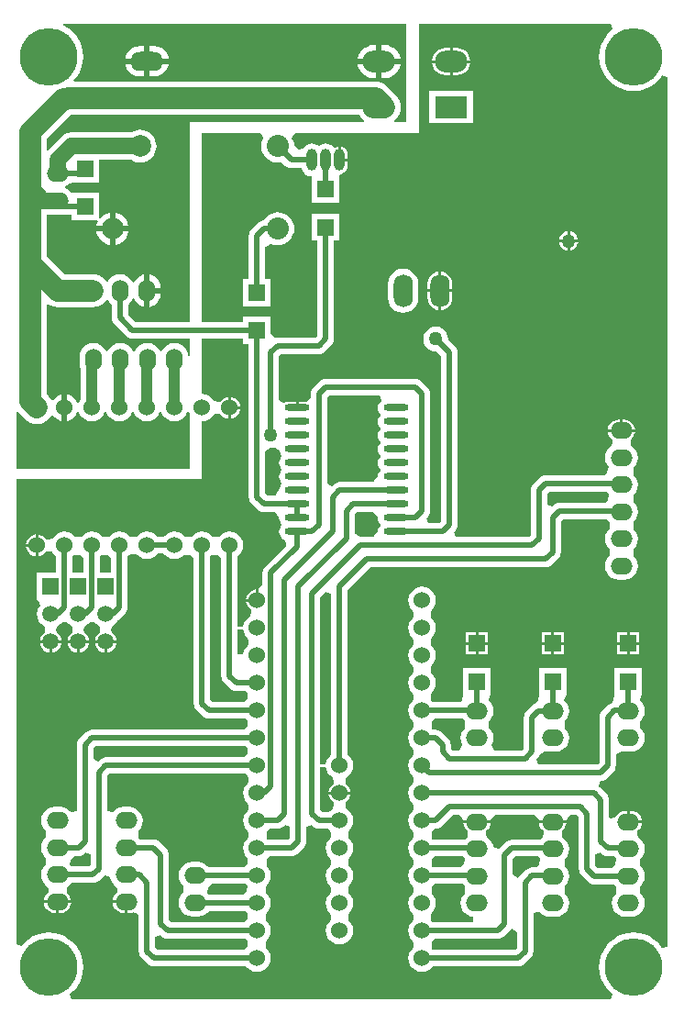
<source format=gbl>
G04 Layer_Physical_Order=2*
G04 Layer_Color=16711680*
%FSLAX25Y25*%
%MOIN*%
G70*
G01*
G75*
%ADD12C,0.01969*%
%ADD13C,0.03937*%
%ADD14O,0.08000X0.06000*%
%ADD15C,0.20945*%
%ADD16C,0.06000*%
%ADD17C,0.08000*%
%ADD18C,0.07874*%
%ADD19C,0.05906*%
%ADD20R,0.05906X0.05906*%
%ADD21O,0.03937X0.07874*%
%ADD22O,0.03937X0.07874*%
%ADD23O,0.07000X0.12000*%
%ADD24O,0.11811X0.07874*%
%ADD25R,0.11811X0.07874*%
%ADD26O,0.12000X0.07000*%
%ADD27O,0.06000X0.08000*%
%ADD28C,0.05000*%
%ADD29O,0.09055X0.02362*%
%ADD30C,0.07874*%
%ADD31C,0.05906*%
G36*
X141732Y318898D02*
X137524D01*
X137346Y319398D01*
X138096Y320014D01*
X138838Y320918D01*
X139390Y321949D01*
X139729Y323068D01*
X139844Y324232D01*
X139729Y325396D01*
X139390Y326515D01*
X138838Y327547D01*
X138096Y328451D01*
X138096Y328451D01*
X134829Y331718D01*
X133925Y332460D01*
X132893Y333012D01*
X131774Y333351D01*
X130610Y333466D01*
X130610Y333466D01*
X21138D01*
X20908Y333966D01*
X21933Y335166D01*
X22958Y336840D01*
X23710Y338654D01*
X24168Y340563D01*
X24322Y342520D01*
X24168Y344477D01*
X23710Y346386D01*
X22958Y348200D01*
X21933Y349873D01*
X20658Y351366D01*
X19165Y352641D01*
X17491Y353667D01*
X17073Y353840D01*
X17170Y354331D01*
X141732D01*
Y318898D01*
D02*
G37*
G36*
X124981Y320918D02*
X125723Y320014D01*
X126473Y319398D01*
X126295Y318898D01*
X62992D01*
Y246120D01*
X43451D01*
X40668Y248904D01*
Y252507D01*
X41223Y252934D01*
X42025Y253978D01*
X42308Y254662D01*
X42849D01*
X43132Y253978D01*
X43934Y252934D01*
X44978Y252133D01*
X46195Y251629D01*
X46500Y251589D01*
Y257500D01*
Y263411D01*
X46195Y263371D01*
X44978Y262867D01*
X43934Y262066D01*
X43132Y261022D01*
X42849Y260338D01*
X42308D01*
X42025Y261022D01*
X41223Y262066D01*
X40179Y262867D01*
X38963Y263371D01*
X37657Y263543D01*
X36352Y263371D01*
X35136Y262867D01*
X34091Y262066D01*
X33290Y261022D01*
X33235Y260889D01*
X32701Y260905D01*
X32033Y261718D01*
X31129Y262460D01*
X30098Y263012D01*
X29689Y263136D01*
X29120Y263371D01*
X27815Y263543D01*
X27227Y263466D01*
X17471D01*
X10966Y269971D01*
Y285162D01*
X13638D01*
X14000Y285114D01*
X16000D01*
X16470Y285176D01*
X17047Y285100D01*
X20047D01*
Y283157D01*
X29389D01*
X29689Y282658D01*
X29488Y282283D01*
X29149Y281164D01*
X29133Y281000D01*
X34000D01*
Y285867D01*
X33836Y285851D01*
X32717Y285512D01*
X31686Y284960D01*
X30782Y284218D01*
X30453Y283818D01*
X29953Y283997D01*
Y293063D01*
X20073D01*
X19566Y293724D01*
X18522Y294525D01*
X17838Y294808D01*
Y295349D01*
X18522Y295633D01*
X19566Y296434D01*
X19689Y296594D01*
X20047Y296937D01*
X29953D01*
Y305005D01*
X41751D01*
X42717Y304488D01*
X43836Y304149D01*
X45000Y304034D01*
X46164Y304149D01*
X47283Y304488D01*
X48314Y305040D01*
X49218Y305782D01*
X49960Y306686D01*
X50512Y307717D01*
X50851Y308836D01*
X50966Y310000D01*
X50851Y311164D01*
X50512Y312283D01*
X49960Y313314D01*
X49218Y314218D01*
X48314Y314960D01*
X47283Y315512D01*
X46164Y315851D01*
X45000Y315966D01*
X43836Y315851D01*
X42717Y315512D01*
X41751Y314996D01*
X20000D01*
X18707Y314825D01*
X17502Y314326D01*
X16468Y313532D01*
X11468Y308532D01*
X11439Y308495D01*
X10966Y308656D01*
Y312529D01*
X19843Y321406D01*
X20265Y321534D01*
X124651D01*
X124981Y320918D01*
D02*
G37*
G36*
X216341Y353755D02*
X216669Y352311D01*
X215563Y351366D01*
X214288Y349873D01*
X213262Y348200D01*
X212511Y346386D01*
X212052Y344477D01*
X211898Y342520D01*
X212052Y340563D01*
X212511Y338654D01*
X213262Y336840D01*
X214288Y335166D01*
X215563Y333673D01*
X217056Y332398D01*
X218730Y331372D01*
X220543Y330621D01*
X222452Y330163D01*
X224410Y330009D01*
X226367Y330163D01*
X228276Y330621D01*
X230089Y331372D01*
X231763Y332398D01*
X233256Y333673D01*
X234531Y335166D01*
X234811Y335623D01*
X236811Y335059D01*
Y19272D01*
X234811Y18708D01*
X234531Y19165D01*
X233256Y20658D01*
X231763Y21933D01*
X230089Y22958D01*
X228276Y23710D01*
X226367Y24168D01*
X224410Y24322D01*
X222452Y24168D01*
X220543Y23710D01*
X218730Y22958D01*
X217056Y21933D01*
X215563Y20658D01*
X214288Y19165D01*
X213262Y17491D01*
X212511Y15677D01*
X212052Y13768D01*
X211898Y11811D01*
X212052Y9854D01*
X212511Y7945D01*
X213262Y6131D01*
X214288Y4457D01*
X215563Y2964D01*
X216715Y1980D01*
X216481Y744D01*
X216017Y-20D01*
X20204Y-20D01*
X19740Y744D01*
X19505Y1980D01*
X20658Y2964D01*
X21933Y4457D01*
X22958Y6131D01*
X23710Y7945D01*
X24168Y9854D01*
X24322Y11811D01*
X24168Y13768D01*
X23710Y15677D01*
X22958Y17491D01*
X21933Y19165D01*
X20658Y20658D01*
X19165Y21933D01*
X17491Y22958D01*
X15677Y23710D01*
X13768Y24168D01*
X11811Y24322D01*
X9854Y24168D01*
X7945Y23710D01*
X6131Y22958D01*
X4457Y21933D01*
X2964Y20658D01*
X2000Y19528D01*
X663Y19807D01*
X-0Y20221D01*
X-0Y188957D01*
X67500D01*
Y209957D01*
X68805Y210129D01*
X70022Y210632D01*
X71066Y211434D01*
X71868Y212478D01*
X71959Y212699D01*
X73265Y212880D01*
X74159Y212784D01*
X74647Y212147D01*
X75483Y211506D01*
X76456Y211103D01*
X77000Y211031D01*
Y215000D01*
Y218969D01*
X76456Y218897D01*
X75483Y218494D01*
X74647Y217853D01*
X74159Y217216D01*
X73265Y217120D01*
X71959Y217301D01*
X71868Y217522D01*
X71066Y218566D01*
X70022Y219368D01*
X68805Y219871D01*
X67500Y220043D01*
Y240100D01*
X82547D01*
Y238158D01*
X84490D01*
Y182500D01*
X84593Y181721D01*
X84893Y180995D01*
X85372Y180372D01*
X87872Y177872D01*
X88495Y177393D01*
X89221Y177093D01*
X90000Y176990D01*
X93957D01*
X94371Y176705D01*
X95532Y175000D01*
X95641Y174170D01*
X95961Y173396D01*
X96367Y172500D01*
X95961Y171604D01*
X95641Y170830D01*
X95532Y170000D01*
X95641Y169170D01*
X95961Y168396D01*
X96471Y167731D01*
X97136Y167221D01*
X97490Y167075D01*
X98018Y165751D01*
X98102Y164858D01*
X90372Y157128D01*
X89893Y156505D01*
X89593Y155779D01*
X89490Y155000D01*
Y150485D01*
X88000Y149399D01*
Y145000D01*
X87500D01*
Y144500D01*
X83531D01*
X83603Y143956D01*
X84006Y142983D01*
X84647Y142147D01*
X85284Y141659D01*
X85380Y140765D01*
X85199Y139459D01*
X84978Y139367D01*
X83934Y138566D01*
X83132Y137522D01*
X82629Y136305D01*
X82510Y135404D01*
X80510Y135535D01*
Y161007D01*
X81066Y161434D01*
X81867Y162478D01*
X82371Y163695D01*
X82543Y165000D01*
X82371Y166305D01*
X81867Y167522D01*
X81066Y168566D01*
X80022Y169368D01*
X78805Y169871D01*
X77500Y170043D01*
X76195Y169871D01*
X74978Y169368D01*
X73934Y168566D01*
X73717Y168283D01*
X73387Y168147D01*
X71613D01*
X71283Y168283D01*
X71066Y168566D01*
X70022Y169368D01*
X68805Y169871D01*
X67500Y170043D01*
X66195Y169871D01*
X64978Y169368D01*
X63934Y168566D01*
X63717Y168283D01*
X63387Y168147D01*
X61613D01*
X61283Y168283D01*
X61066Y168566D01*
X60022Y169368D01*
X58805Y169871D01*
X57500Y170043D01*
X56195Y169871D01*
X54978Y169368D01*
X53934Y168566D01*
X53507Y168010D01*
X51493D01*
X51066Y168566D01*
X50022Y169368D01*
X48805Y169871D01*
X47500Y170043D01*
X46195Y169871D01*
X44978Y169368D01*
X43934Y168566D01*
X43717Y168283D01*
X43387Y168147D01*
X41613D01*
X41283Y168283D01*
X41066Y168566D01*
X40022Y169368D01*
X38805Y169871D01*
X37500Y170043D01*
X36195Y169871D01*
X34978Y169368D01*
X33934Y168566D01*
X33717Y168283D01*
X33387Y168147D01*
X31613D01*
X31283Y168283D01*
X31066Y168566D01*
X30022Y169368D01*
X28805Y169871D01*
X27500Y170043D01*
X26195Y169871D01*
X24978Y169368D01*
X23934Y168566D01*
X23717Y168283D01*
X23387Y168147D01*
X21613D01*
X21283Y168283D01*
X21066Y168566D01*
X20022Y169368D01*
X18805Y169871D01*
X17500Y170043D01*
X16195Y169871D01*
X14978Y169368D01*
X13934Y168566D01*
X13133Y167522D01*
X13041Y167301D01*
X11735Y167120D01*
X10841Y167216D01*
X10353Y167853D01*
X9517Y168494D01*
X8544Y168897D01*
X8000Y168969D01*
Y165000D01*
Y161031D01*
X8544Y161103D01*
X9517Y161506D01*
X10353Y162147D01*
X10841Y162784D01*
X11735Y162880D01*
X13041Y162699D01*
X13133Y162478D01*
X13934Y161434D01*
X14490Y161007D01*
Y154953D01*
X7547D01*
Y145047D01*
X7709D01*
X8032Y144658D01*
X8595Y143047D01*
X8174Y142498D01*
X7675Y141293D01*
X7504Y140000D01*
X7675Y138707D01*
X8174Y137502D01*
X8968Y136468D01*
X10002Y135674D01*
X10322Y135541D01*
X10460Y133975D01*
X10377Y133354D01*
X9681Y132819D01*
X9047Y131993D01*
X8649Y131032D01*
X8579Y130500D01*
X12500D01*
X16421D01*
X16351Y131032D01*
X15953Y131993D01*
X15319Y132819D01*
X14623Y133354D01*
X14539Y133975D01*
X14678Y135541D01*
X14998Y135674D01*
X16032Y136468D01*
X16296Y136811D01*
X16691Y136956D01*
X18309D01*
X18557Y136865D01*
X18788Y136702D01*
X18968Y136468D01*
X20002Y135674D01*
X20322Y135541D01*
X20460Y133975D01*
X20377Y133354D01*
X19681Y132819D01*
X19047Y131993D01*
X18649Y131032D01*
X18579Y130500D01*
X22500D01*
X26421D01*
X26351Y131032D01*
X25953Y131993D01*
X25319Y132819D01*
X24623Y133354D01*
X24540Y133975D01*
X24678Y135541D01*
X24998Y135674D01*
X26032Y136468D01*
X26296Y136811D01*
X26691Y136956D01*
X28309D01*
X28557Y136865D01*
X28788Y136702D01*
X28968Y136468D01*
X30002Y135674D01*
X30322Y135541D01*
X30461Y133975D01*
X30377Y133354D01*
X29681Y132819D01*
X29047Y131993D01*
X28649Y131032D01*
X28579Y130500D01*
X32500D01*
X36421D01*
X36351Y131032D01*
X35953Y131993D01*
X35319Y132819D01*
X34623Y133354D01*
X34539Y133975D01*
X34678Y135541D01*
X34998Y135674D01*
X36032Y136468D01*
X36826Y137502D01*
X36910Y137704D01*
X37128Y137872D01*
X39628Y140372D01*
X40107Y140995D01*
X40407Y141721D01*
X40510Y142500D01*
Y161007D01*
X41066Y161434D01*
X41283Y161717D01*
X41613Y161853D01*
X43387D01*
X43717Y161717D01*
X43934Y161434D01*
X44978Y160633D01*
X46195Y160129D01*
X47500Y159957D01*
X48805Y160129D01*
X50022Y160633D01*
X51066Y161434D01*
X51493Y161990D01*
X53507D01*
X53934Y161434D01*
X54978Y160633D01*
X56195Y160129D01*
X57500Y159957D01*
X58805Y160129D01*
X60022Y160633D01*
X61066Y161434D01*
X63154Y161559D01*
X64490Y160309D01*
Y107500D01*
X64593Y106721D01*
X64893Y105995D01*
X65372Y105372D01*
X67872Y102872D01*
X68495Y102393D01*
X69221Y102093D01*
X70000Y101990D01*
X83507D01*
X83934Y101434D01*
X84059Y99346D01*
X82809Y98010D01*
X27500D01*
X26721Y97907D01*
X25995Y97607D01*
X25372Y97128D01*
X22872Y94628D01*
X22393Y94005D01*
X22093Y93279D01*
X21990Y92500D01*
Y68606D01*
X19990Y68014D01*
X19566Y68566D01*
X18522Y69367D01*
X17305Y69871D01*
X16000Y70043D01*
X14000D01*
X12695Y69871D01*
X11478Y69367D01*
X10434Y68566D01*
X9633Y67522D01*
X9129Y66305D01*
X8957Y65000D01*
X9129Y63695D01*
X9633Y62478D01*
X10434Y61434D01*
X10627Y61286D01*
X10701Y61133D01*
Y59024D01*
X10627Y58871D01*
X10434Y58723D01*
X9633Y57679D01*
X9129Y56463D01*
X8957Y55158D01*
X9129Y53852D01*
X9633Y52636D01*
X10434Y51591D01*
X10627Y51444D01*
X10701Y51291D01*
Y49182D01*
X10627Y49029D01*
X10434Y48881D01*
X9633Y47837D01*
X9129Y46620D01*
X8957Y45315D01*
X9129Y44010D01*
X9633Y42793D01*
X10434Y41749D01*
X11478Y40947D01*
X11509Y40935D01*
X11728Y40022D01*
X11650Y38711D01*
X11147Y38325D01*
X10506Y37490D01*
X10103Y36517D01*
X10031Y35972D01*
X15000D01*
X19969D01*
X19897Y36517D01*
X19494Y37490D01*
X18853Y38325D01*
X18350Y38711D01*
X18271Y40022D01*
X18491Y40935D01*
X18522Y40947D01*
X19566Y41749D01*
X19993Y42305D01*
X27815D01*
X28594Y42408D01*
X29320Y42708D01*
X29943Y43187D01*
X32034Y45277D01*
X32499Y45221D01*
X34052Y44593D01*
X34129Y44010D01*
X34633Y42793D01*
X35434Y41749D01*
X36478Y40947D01*
X36509Y40935D01*
X36729Y40022D01*
X36650Y38711D01*
X36147Y38325D01*
X35506Y37490D01*
X35103Y36517D01*
X35031Y35972D01*
X40000D01*
Y35472D01*
X40500D01*
Y31438D01*
X41000D01*
X42044Y31575D01*
X42490Y31760D01*
X43972Y31077D01*
X44490Y30588D01*
Y17500D01*
X44593Y16721D01*
X44893Y15995D01*
X45372Y15372D01*
X47872Y12872D01*
X48495Y12393D01*
X49221Y12093D01*
X50000Y11990D01*
X83507D01*
X83934Y11434D01*
X84978Y10633D01*
X86195Y10129D01*
X87500Y9957D01*
X88805Y10129D01*
X90022Y10633D01*
X91066Y11434D01*
X91868Y12478D01*
X92371Y13695D01*
X92543Y15000D01*
X92371Y16305D01*
X91868Y17522D01*
X91066Y18566D01*
X90783Y18783D01*
X90647Y19113D01*
Y20887D01*
X90783Y21217D01*
X91066Y21434D01*
X91868Y22478D01*
X92371Y23695D01*
X92543Y25000D01*
X92371Y26305D01*
X91868Y27522D01*
X91066Y28566D01*
X90783Y28783D01*
X90647Y29113D01*
Y30887D01*
X90783Y31217D01*
X91066Y31434D01*
X91868Y32478D01*
X92371Y33695D01*
X92543Y35000D01*
X92371Y36305D01*
X91868Y37522D01*
X91066Y38566D01*
X90783Y38783D01*
X90647Y39113D01*
Y40887D01*
X90783Y41217D01*
X91066Y41434D01*
X91868Y42478D01*
X92371Y43695D01*
X92543Y45000D01*
X92371Y46305D01*
X91868Y47522D01*
X91066Y48566D01*
X90941Y50654D01*
X92191Y51990D01*
X100000D01*
X100779Y52093D01*
X101505Y52393D01*
X102128Y52872D01*
X104628Y55372D01*
X105107Y55995D01*
X105407Y56721D01*
X105510Y57500D01*
Y62620D01*
X107358Y63385D01*
X107872Y62872D01*
X108495Y62393D01*
X109221Y62093D01*
X110000Y61990D01*
X113507D01*
X113934Y61434D01*
X114217Y61217D01*
X114353Y60887D01*
Y59113D01*
X114217Y58783D01*
X113934Y58566D01*
X113133Y57522D01*
X112629Y56305D01*
X112457Y55000D01*
X112629Y53695D01*
X113133Y52478D01*
X113934Y51434D01*
X114217Y51217D01*
X114353Y50887D01*
Y49113D01*
X114217Y48783D01*
X113934Y48566D01*
X113133Y47522D01*
X112629Y46305D01*
X112457Y45000D01*
X112629Y43695D01*
X113133Y42478D01*
X113934Y41434D01*
X114217Y41217D01*
X114353Y40887D01*
Y39113D01*
X114217Y38783D01*
X113934Y38566D01*
X113133Y37522D01*
X112629Y36305D01*
X112457Y35000D01*
X112629Y33695D01*
X113133Y32478D01*
X113934Y31434D01*
X114217Y31217D01*
X114353Y30887D01*
Y29113D01*
X114217Y28783D01*
X113934Y28566D01*
X113133Y27522D01*
X112629Y26305D01*
X112457Y25000D01*
X112629Y23695D01*
X113133Y22478D01*
X113934Y21434D01*
X114978Y20632D01*
X116195Y20129D01*
X117500Y19957D01*
X118805Y20129D01*
X120022Y20632D01*
X121066Y21434D01*
X121868Y22478D01*
X122371Y23695D01*
X122543Y25000D01*
X122371Y26305D01*
X121868Y27522D01*
X121066Y28566D01*
X120783Y28783D01*
X120647Y29113D01*
Y30887D01*
X120783Y31217D01*
X121066Y31434D01*
X121868Y32478D01*
X122371Y33695D01*
X122543Y35000D01*
X122371Y36305D01*
X121868Y37522D01*
X121066Y38566D01*
X120783Y38783D01*
X120647Y39113D01*
Y40887D01*
X120783Y41217D01*
X121066Y41434D01*
X121868Y42478D01*
X122371Y43695D01*
X122543Y45000D01*
X122371Y46305D01*
X121868Y47522D01*
X121066Y48566D01*
X120783Y48783D01*
X120647Y49113D01*
Y50887D01*
X120783Y51217D01*
X121066Y51434D01*
X121868Y52478D01*
X122371Y53695D01*
X122543Y55000D01*
X122371Y56305D01*
X121868Y57522D01*
X121066Y58566D01*
X120783Y58783D01*
X120647Y59113D01*
Y60887D01*
X120783Y61217D01*
X121066Y61434D01*
X121868Y62478D01*
X122371Y63695D01*
X122543Y65000D01*
X122371Y66305D01*
X121868Y67522D01*
X121066Y68566D01*
X120022Y69367D01*
X119801Y69459D01*
X119620Y70765D01*
X119716Y71659D01*
X120353Y72147D01*
X120994Y72983D01*
X121397Y73956D01*
X121469Y74500D01*
X113531D01*
X113603Y73956D01*
X114006Y72983D01*
X114647Y72147D01*
X115284Y71659D01*
X115380Y70765D01*
X115199Y69459D01*
X114978Y69367D01*
X113934Y68566D01*
X113507Y68010D01*
X111247D01*
X110510Y68747D01*
Y84465D01*
X112510Y84596D01*
X112629Y83695D01*
X113133Y82478D01*
X113934Y81434D01*
X114978Y80633D01*
X115199Y80541D01*
X115380Y79235D01*
X115284Y78341D01*
X114647Y77853D01*
X114006Y77017D01*
X113603Y76044D01*
X113531Y75500D01*
X121469D01*
X121397Y76044D01*
X120994Y77017D01*
X120353Y77853D01*
X119716Y78341D01*
X119620Y79235D01*
X119801Y80541D01*
X120022Y80633D01*
X121066Y81434D01*
X121868Y82478D01*
X122371Y83695D01*
X122543Y85000D01*
X122371Y86305D01*
X121868Y87522D01*
X121066Y88566D01*
X120510Y88993D01*
Y148753D01*
X128747Y156990D01*
X192500D01*
X193279Y157093D01*
X194005Y157393D01*
X194628Y157872D01*
X197128Y160372D01*
X197607Y160995D01*
X197907Y161721D01*
X198010Y162500D01*
Y173753D01*
X198747Y174490D01*
X214766D01*
X215434Y173619D01*
X215627Y173471D01*
X215701Y173318D01*
Y171209D01*
X215627Y171056D01*
X215434Y170909D01*
X214633Y169864D01*
X214129Y168648D01*
X213957Y167342D01*
X214129Y166037D01*
X214633Y164821D01*
X215434Y163777D01*
X215627Y163629D01*
X215701Y163476D01*
Y161367D01*
X215627Y161214D01*
X215434Y161066D01*
X214633Y160022D01*
X214129Y158805D01*
X213957Y157500D01*
X214129Y156195D01*
X214633Y154978D01*
X215434Y153934D01*
X216478Y153132D01*
X217695Y152629D01*
X219000Y152457D01*
X221000D01*
X222305Y152629D01*
X223522Y153132D01*
X224566Y153934D01*
X225367Y154978D01*
X225871Y156195D01*
X226043Y157500D01*
X225871Y158805D01*
X225367Y160022D01*
X224566Y161066D01*
X224374Y161214D01*
X224300Y161367D01*
Y163476D01*
X224374Y163629D01*
X224566Y163777D01*
X225367Y164821D01*
X225871Y166037D01*
X226043Y167342D01*
X225871Y168648D01*
X225367Y169864D01*
X224566Y170909D01*
X224374Y171056D01*
X224300Y171209D01*
Y173318D01*
X224374Y173471D01*
X224566Y173619D01*
X225367Y174663D01*
X225871Y175880D01*
X226043Y177185D01*
X225871Y178490D01*
X225367Y179707D01*
X224566Y180751D01*
X224374Y180899D01*
X224300Y181052D01*
Y183161D01*
X224374Y183314D01*
X224566Y183461D01*
X225367Y184506D01*
X225871Y185722D01*
X226043Y187028D01*
X225871Y188333D01*
X225367Y189549D01*
X224566Y190594D01*
X224374Y190741D01*
X224300Y190894D01*
Y193003D01*
X224374Y193156D01*
X224566Y193304D01*
X225367Y194349D01*
X225871Y195565D01*
X226043Y196870D01*
X225871Y198175D01*
X225367Y199392D01*
X224566Y200436D01*
X223522Y201238D01*
X223491Y201250D01*
X223271Y202163D01*
X223350Y203474D01*
X223853Y203860D01*
X224494Y204695D01*
X224897Y205668D01*
X224969Y206213D01*
X220000D01*
Y206713D01*
D01*
Y206213D01*
X215031D01*
X215103Y205668D01*
X215506Y204695D01*
X216147Y203860D01*
X216650Y203474D01*
X216728Y202163D01*
X216509Y201250D01*
X216478Y201238D01*
X215434Y200436D01*
X214633Y199392D01*
X214129Y198175D01*
X213957Y196870D01*
X214129Y195565D01*
X214633Y194349D01*
X215434Y193304D01*
X214802Y191464D01*
X213860Y190510D01*
X192500D01*
X191721Y190407D01*
X190995Y190107D01*
X190372Y189628D01*
X187872Y187128D01*
X187393Y186505D01*
X187093Y185779D01*
X186990Y185000D01*
Y168747D01*
X186253Y168010D01*
X159880D01*
X159115Y169858D01*
X159628Y170372D01*
X160107Y170995D01*
X160407Y171721D01*
X160510Y172500D01*
Y235000D01*
X160407Y235779D01*
X160107Y236505D01*
X159628Y237128D01*
X157006Y239751D01*
X157039Y240000D01*
X156884Y241175D01*
X156431Y242269D01*
X155709Y243209D01*
X154769Y243931D01*
X153675Y244384D01*
X152500Y244539D01*
X151325Y244384D01*
X150231Y243931D01*
X149291Y243209D01*
X148569Y242269D01*
X148116Y241175D01*
X147961Y240000D01*
X148116Y238825D01*
X148569Y237731D01*
X149291Y236791D01*
X150231Y236069D01*
X151325Y235616D01*
X152500Y235461D01*
X152749Y235494D01*
X154490Y233753D01*
Y173747D01*
X153753Y173010D01*
X149880D01*
X149115Y174858D01*
X149628Y175372D01*
X150107Y175995D01*
X150407Y176721D01*
X150510Y177500D01*
Y220000D01*
X150407Y220779D01*
X150107Y221505D01*
X149628Y222128D01*
X147128Y224628D01*
X146505Y225107D01*
X145779Y225407D01*
X145000Y225510D01*
X112500D01*
X111721Y225407D01*
X110995Y225107D01*
X110372Y224628D01*
X107872Y222128D01*
X107393Y221505D01*
X107093Y220779D01*
X106990Y220000D01*
Y218805D01*
X105433Y217224D01*
X102587D01*
Y215000D01*
X101587D01*
Y217224D01*
X98740D01*
X97889Y217055D01*
X97510Y216801D01*
X96250Y217189D01*
X95510Y217687D01*
Y233753D01*
X96247Y234490D01*
X110000D01*
X110779Y234593D01*
X111505Y234893D01*
X112128Y235372D01*
X114628Y237872D01*
X115107Y238495D01*
X115407Y239221D01*
X115510Y240000D01*
Y275658D01*
X117453D01*
Y285563D01*
X107547D01*
Y275658D01*
X109490D01*
Y241247D01*
X108753Y240510D01*
X95000D01*
X94453Y240438D01*
X94028Y240546D01*
X92527Y241624D01*
X92453Y241740D01*
Y248063D01*
X82547D01*
Y246120D01*
X67500D01*
Y314941D01*
X88706Y314941D01*
X89285Y314221D01*
X89769Y312941D01*
X89430Y312307D01*
X89087Y311176D01*
X88971Y310000D01*
X89087Y308824D01*
X89430Y307693D01*
X89987Y306650D01*
X90737Y305737D01*
X91650Y304987D01*
X92693Y304430D01*
X93824Y304087D01*
X95000Y303971D01*
X96176Y304087D01*
X96545Y304199D01*
X97872Y302872D01*
X98495Y302393D01*
X99221Y302093D01*
X100000Y301990D01*
X103636D01*
X104034Y301030D01*
X104670Y300201D01*
X105499Y299565D01*
X106464Y299165D01*
X107500Y299029D01*
X107547Y298987D01*
Y289437D01*
X117453D01*
Y298112D01*
X117483Y299364D01*
X118997Y300438D01*
X119617Y300914D01*
X120093Y301534D01*
X120392Y302257D01*
X120494Y303031D01*
Y304500D01*
X117500D01*
Y305000D01*
X117000D01*
Y309897D01*
X116725Y309861D01*
X116003Y309561D01*
X115694Y309325D01*
X115330Y309799D01*
X114501Y310435D01*
X113536Y310835D01*
X112500Y310971D01*
X111464Y310835D01*
X110499Y310435D01*
X110000Y310052D01*
X109501Y310435D01*
X108536Y310835D01*
X107500Y310971D01*
X106464Y310835D01*
X105499Y310435D01*
X104670Y309799D01*
X104117Y309079D01*
X103709Y308961D01*
X102588Y308928D01*
X101029Y310000D01*
X100913Y311176D01*
X100570Y312307D01*
X100231Y312941D01*
X100715Y314221D01*
X101294Y314941D01*
X146260Y314941D01*
Y354311D01*
X215985D01*
X216341Y353755D01*
D02*
G37*
G36*
X33290Y253978D02*
X34091Y252934D01*
X34648Y252507D01*
Y247657D01*
X34750Y246878D01*
X35051Y246152D01*
X35529Y245529D01*
X40076Y240982D01*
X40700Y240504D01*
X41426Y240203D01*
X42205Y240100D01*
X62992D01*
Y233920D01*
X62492Y233888D01*
X62371Y234805D01*
X61867Y236022D01*
X61066Y237066D01*
X60022Y237867D01*
X58805Y238371D01*
X57500Y238543D01*
X56195Y238371D01*
X54978Y237867D01*
X53934Y237066D01*
X53132Y236022D01*
X52849Y235338D01*
X52308D01*
X52025Y236022D01*
X51223Y237066D01*
X50179Y237867D01*
X48963Y238371D01*
X47657Y238543D01*
X46352Y238371D01*
X45136Y237867D01*
X44091Y237066D01*
X43290Y236022D01*
X43007Y235338D01*
X42466D01*
X42182Y236022D01*
X41381Y237066D01*
X40336Y237867D01*
X39120Y238371D01*
X37815Y238543D01*
X36510Y238371D01*
X35293Y237867D01*
X34249Y237066D01*
X33448Y236022D01*
X33164Y235338D01*
X32623D01*
X32340Y236022D01*
X31539Y237066D01*
X30494Y237867D01*
X29278Y238371D01*
X27972Y238543D01*
X26667Y238371D01*
X25451Y237867D01*
X24406Y237066D01*
X23605Y236022D01*
X23101Y234805D01*
X22929Y233500D01*
Y231500D01*
X23101Y230195D01*
X23497Y229238D01*
Y217997D01*
X23133Y217522D01*
X22771Y216648D01*
X22229D01*
X21868Y217522D01*
X21066Y218566D01*
X20022Y219368D01*
X18805Y219871D01*
X18500Y219912D01*
Y215000D01*
Y210088D01*
X18805Y210129D01*
X20022Y210632D01*
X21066Y211434D01*
X21868Y212478D01*
X22229Y213352D01*
X22771D01*
X23133Y212478D01*
X23934Y211434D01*
X24978Y210632D01*
X26195Y210129D01*
X27500Y209957D01*
X28805Y210129D01*
X30022Y210632D01*
X31066Y211434D01*
X31868Y212478D01*
X32229Y213352D01*
X32771D01*
X33132Y212478D01*
X33934Y211434D01*
X34978Y210632D01*
X36195Y210129D01*
X37500Y209957D01*
X38805Y210129D01*
X40022Y210632D01*
X41066Y211434D01*
X41868Y212478D01*
X42229Y213352D01*
X42771D01*
X43132Y212478D01*
X43934Y211434D01*
X44978Y210632D01*
X46195Y210129D01*
X47500Y209957D01*
X48805Y210129D01*
X50022Y210632D01*
X51066Y211434D01*
X51868Y212478D01*
X52229Y213352D01*
X52771D01*
X53132Y212478D01*
X53934Y211434D01*
X54978Y210632D01*
X56195Y210129D01*
X57500Y209957D01*
X58805Y210129D01*
X60022Y210632D01*
X61066Y211434D01*
X61867Y212478D01*
X62229Y213352D01*
X62771D01*
X62992Y212817D01*
Y192913D01*
X0D01*
Y213446D01*
X500Y213625D01*
X782Y213282D01*
X3282Y210782D01*
X4186Y210040D01*
X5217Y209488D01*
X6336Y209149D01*
X7500Y209034D01*
X8664Y209149D01*
X9783Y209488D01*
X10814Y210040D01*
X11718Y210782D01*
X12460Y211686D01*
X12731Y212192D01*
X13320Y212234D01*
X13934Y211434D01*
X14978Y210632D01*
X16195Y210129D01*
X16500Y210088D01*
Y215000D01*
Y219912D01*
X16195Y219871D01*
X14978Y219368D01*
X13934Y218566D01*
X13320Y217766D01*
X12731Y217808D01*
X12460Y218314D01*
X11718Y219218D01*
X10966Y219971D01*
Y252546D01*
X11418Y252760D01*
X11686Y252540D01*
X12717Y251988D01*
X13836Y251649D01*
X15000Y251534D01*
X15000Y251534D01*
X27227D01*
X27815Y251457D01*
X29120Y251629D01*
X29689Y251864D01*
X30098Y251988D01*
X31129Y252540D01*
X32033Y253282D01*
X32701Y254095D01*
X33235Y254111D01*
X33290Y253978D01*
D02*
G37*
G36*
X132293Y219049D02*
X132586Y217490D01*
X132298Y217269D01*
X131788Y216604D01*
X131468Y215830D01*
X131358Y215000D01*
X131468Y214170D01*
X131788Y213396D01*
X132298Y212731D01*
Y212269D01*
X131788Y211604D01*
X131468Y210830D01*
X131358Y210000D01*
X131468Y209170D01*
X131788Y208396D01*
X132298Y207731D01*
Y207269D01*
X131788Y206604D01*
X131468Y205830D01*
X131358Y205000D01*
X131468Y204170D01*
X131788Y203396D01*
X132298Y202731D01*
Y202269D01*
X131788Y201604D01*
X131468Y200830D01*
X131358Y200000D01*
X131468Y199170D01*
X131788Y198396D01*
X132298Y197731D01*
Y197269D01*
X131788Y196604D01*
X131468Y195830D01*
X131358Y195000D01*
X131468Y194170D01*
X131788Y193396D01*
X132298Y192731D01*
Y192269D01*
X131788Y191604D01*
X131468Y190830D01*
X131358Y190000D01*
X130198Y188295D01*
X129783Y188010D01*
X117500D01*
X116721Y187907D01*
X115995Y187607D01*
X115372Y187128D01*
X114858Y186615D01*
X113010Y187380D01*
Y218753D01*
X113747Y219490D01*
X132061D01*
X132293Y219049D01*
D02*
G37*
G36*
X94019Y200502D02*
X95623Y199309D01*
X95641Y199170D01*
X95961Y198396D01*
X96367Y197500D01*
X95961Y196604D01*
X95641Y195830D01*
X95532Y195000D01*
X95641Y194170D01*
X95961Y193396D01*
X96367Y192500D01*
X95961Y191604D01*
X95641Y190830D01*
X95532Y190000D01*
X95641Y189170D01*
X95961Y188396D01*
X96367Y187500D01*
X95961Y186604D01*
X95641Y185830D01*
X95532Y185000D01*
X94371Y183296D01*
X93957Y183010D01*
X91247D01*
X90510Y183747D01*
Y198953D01*
X92500Y200461D01*
X93594Y200605D01*
X93682Y200613D01*
X94019Y200502D01*
D02*
G37*
G36*
X215434Y183461D02*
X214970Y181577D01*
X213925Y180510D01*
X197500D01*
X196721Y180407D01*
X195995Y180107D01*
X195372Y179628D01*
X194858Y179114D01*
X193010Y179880D01*
Y183753D01*
X193747Y184490D01*
X214645D01*
X215434Y183461D01*
D02*
G37*
G36*
X130198Y176705D02*
X131358Y175000D01*
X131468Y174170D01*
X131788Y173396D01*
X132298Y172731D01*
Y172269D01*
X131788Y171604D01*
X131468Y170830D01*
X131358Y170000D01*
X130198Y168296D01*
X129783Y168010D01*
X125000D01*
X123335Y169124D01*
X123010Y169571D01*
Y176253D01*
X123747Y176990D01*
X129783D01*
X130198Y176705D01*
D02*
G37*
G36*
X34490Y160309D02*
Y154953D01*
X30510D01*
Y161007D01*
X31066Y161434D01*
X33154Y161559D01*
X34490Y160309D01*
D02*
G37*
G36*
X24490D02*
Y154953D01*
X20510D01*
Y161007D01*
X21066Y161434D01*
X23154Y161559D01*
X24490Y160309D01*
D02*
G37*
G36*
X82629Y133695D02*
X83132Y132478D01*
X83934Y131434D01*
X84217Y131217D01*
X84353Y130887D01*
Y129113D01*
X84217Y128783D01*
X83934Y128566D01*
X83132Y127522D01*
X82629Y126305D01*
X82510Y125404D01*
X80510Y125535D01*
Y134465D01*
X82510Y134596D01*
X82629Y133695D01*
D02*
G37*
G36*
X74490Y160309D02*
Y117500D01*
X74593Y116721D01*
X74893Y115995D01*
X75372Y115372D01*
X77872Y112872D01*
X78495Y112393D01*
X79221Y112093D01*
X80000Y111990D01*
X83507D01*
X83934Y111434D01*
X84059Y109346D01*
X82809Y108010D01*
X71247D01*
X70510Y108747D01*
Y161007D01*
X71066Y161434D01*
X73154Y161559D01*
X74490Y160309D01*
D02*
G37*
G36*
X83934Y91434D02*
X84059Y89346D01*
X82809Y88010D01*
X32500D01*
X31721Y87907D01*
X30995Y87607D01*
X30372Y87128D01*
X29858Y86615D01*
X28010Y87380D01*
Y91253D01*
X28747Y91990D01*
X83507D01*
X83934Y91434D01*
D02*
G37*
G36*
X114490Y147405D02*
Y88993D01*
X113934Y88566D01*
X113133Y87522D01*
X112629Y86305D01*
X112510Y85404D01*
X110510Y85535D01*
Y146253D01*
X112490Y148233D01*
X114490Y147405D01*
D02*
G37*
G36*
X99490Y62620D02*
Y58747D01*
X98753Y58010D01*
X91493D01*
X91066Y58566D01*
X90941Y60654D01*
X92191Y61990D01*
X95000D01*
X95779Y62093D01*
X96505Y62393D01*
X97128Y62872D01*
X97642Y63385D01*
X99490Y62620D01*
D02*
G37*
G36*
X26990Y52620D02*
Y48747D01*
X26568Y48325D01*
X19993D01*
X19566Y48881D01*
X19702Y50854D01*
X20945Y52148D01*
X22658D01*
X23437Y52250D01*
X24162Y52551D01*
X24786Y53029D01*
X25142Y53386D01*
X26990Y52620D01*
D02*
G37*
G36*
X83934Y81434D02*
X84217Y81217D01*
X84353Y80887D01*
Y79113D01*
X84217Y78783D01*
X83934Y78566D01*
X83132Y77522D01*
X82629Y76305D01*
X82457Y75000D01*
X82629Y73695D01*
X83132Y72478D01*
X83934Y71434D01*
X84217Y71217D01*
X84353Y70887D01*
Y69113D01*
X84217Y68783D01*
X83934Y68566D01*
X83132Y67522D01*
X82629Y66305D01*
X82457Y65000D01*
X82629Y63695D01*
X83132Y62478D01*
X83934Y61434D01*
X84217Y61217D01*
X84353Y60887D01*
Y59113D01*
X84217Y58783D01*
X83934Y58566D01*
X83132Y57522D01*
X82629Y56305D01*
X82457Y55000D01*
X82629Y53695D01*
X83132Y52478D01*
X83934Y51434D01*
X84059Y49346D01*
X82809Y48010D01*
X69993D01*
X69566Y48566D01*
X68522Y49367D01*
X67305Y49871D01*
X66000Y50043D01*
X64000D01*
X62695Y49871D01*
X61478Y49367D01*
X60434Y48566D01*
X59632Y47522D01*
X59129Y46305D01*
X58957Y45000D01*
X59129Y43695D01*
X59632Y42478D01*
X60434Y41434D01*
X60627Y41286D01*
X60701Y41133D01*
Y39024D01*
X60627Y38871D01*
X60434Y38723D01*
X59632Y37679D01*
X59129Y36463D01*
X58957Y35157D01*
X59129Y33852D01*
X59632Y32636D01*
X60434Y31591D01*
X61478Y30790D01*
X62695Y30286D01*
X64000Y30114D01*
X66000D01*
X67305Y30286D01*
X68522Y30790D01*
X69566Y31591D01*
X69993Y32147D01*
X83386D01*
X83934Y31434D01*
X84059Y29346D01*
X82809Y28010D01*
X56247D01*
X55510Y28747D01*
Y52500D01*
X55407Y53279D01*
X55107Y54005D01*
X54628Y54628D01*
X51971Y57286D01*
X51348Y57764D01*
X50622Y58065D01*
X49843Y58167D01*
X44993D01*
X44566Y58723D01*
X44374Y58871D01*
X44300Y59024D01*
Y61133D01*
X44374Y61286D01*
X44566Y61434D01*
X45368Y62478D01*
X45871Y63695D01*
X46043Y65000D01*
X45871Y66305D01*
X45368Y67522D01*
X44566Y68566D01*
X43522Y69367D01*
X42305Y69871D01*
X41000Y70043D01*
X39000D01*
X37695Y69871D01*
X36478Y69367D01*
X35434Y68566D01*
X35010Y68014D01*
X33010Y68606D01*
Y81253D01*
X33747Y81990D01*
X83507D01*
X83934Y81434D01*
D02*
G37*
G36*
Y41434D02*
X83900Y39389D01*
X82744Y38168D01*
X69993D01*
X69566Y38723D01*
X69702Y40696D01*
X70945Y41990D01*
X83507D01*
X83934Y41434D01*
D02*
G37*
G36*
X52872Y22872D02*
X53495Y22393D01*
X54221Y22093D01*
X55000Y21990D01*
X83507D01*
X83934Y21434D01*
X84059Y19346D01*
X82809Y18010D01*
X51247D01*
X50510Y18747D01*
Y22620D01*
X52358Y23385D01*
X52872Y22872D01*
D02*
G37*
%LPC*%
G36*
X50000Y346433D02*
X48500D01*
Y341886D01*
X55416D01*
X55358Y342322D01*
X54804Y343659D01*
X53923Y344809D01*
X52774Y345690D01*
X51436Y346244D01*
X50000Y346433D01*
D02*
G37*
G36*
X46500D02*
X45000D01*
X43564Y346244D01*
X42226Y345690D01*
X41077Y344809D01*
X40196Y343659D01*
X39642Y342322D01*
X39584Y341886D01*
X46500D01*
Y346433D01*
D02*
G37*
G36*
X133878Y346733D02*
X132909D01*
Y341768D01*
X139745D01*
X139729Y341932D01*
X139390Y343051D01*
X138838Y344082D01*
X138096Y344986D01*
X137192Y345728D01*
X136161Y346279D01*
X135042Y346619D01*
X133878Y346733D01*
D02*
G37*
G36*
X130909D02*
X129941D01*
X128777Y346619D01*
X127658Y346279D01*
X126627Y345728D01*
X125723Y344986D01*
X124981Y344082D01*
X124429Y343051D01*
X124090Y341932D01*
X124074Y341768D01*
X130909D01*
Y346733D01*
D02*
G37*
G36*
X55416Y339886D02*
X48500D01*
Y335338D01*
X50000D01*
X51436Y335527D01*
X52774Y336082D01*
X53923Y336963D01*
X54804Y338112D01*
X55358Y339450D01*
X55416Y339886D01*
D02*
G37*
G36*
X46500D02*
X39584D01*
X39642Y339450D01*
X40196Y338112D01*
X41077Y336963D01*
X42226Y336082D01*
X43564Y335527D01*
X45000Y335338D01*
X46500D01*
Y339886D01*
D02*
G37*
G36*
X139745Y339768D02*
X132909D01*
Y334802D01*
X133878D01*
X135042Y334917D01*
X136161Y335256D01*
X137192Y335807D01*
X138096Y336549D01*
X138838Y337453D01*
X139390Y338485D01*
X139729Y339604D01*
X139745Y339768D01*
D02*
G37*
G36*
X130909D02*
X124074D01*
X124090Y339604D01*
X124429Y338485D01*
X124981Y337453D01*
X125723Y336549D01*
X126627Y335807D01*
X127658Y335256D01*
X128777Y334917D01*
X129941Y334802D01*
X130909D01*
Y339768D01*
D02*
G37*
G36*
X36000Y285867D02*
Y281000D01*
X40867D01*
X40851Y281164D01*
X40512Y282283D01*
X39960Y283314D01*
X39218Y284218D01*
X38314Y284960D01*
X37283Y285512D01*
X36164Y285851D01*
X36000Y285867D01*
D02*
G37*
G36*
X40867Y279000D02*
X36000D01*
Y274133D01*
X36164Y274149D01*
X37283Y274488D01*
X38314Y275040D01*
X39218Y275782D01*
X39960Y276686D01*
X40512Y277717D01*
X40851Y278836D01*
X40867Y279000D01*
D02*
G37*
G36*
X34000D02*
X29133D01*
X29149Y278836D01*
X29488Y277717D01*
X30040Y276686D01*
X30782Y275782D01*
X31686Y275040D01*
X32717Y274488D01*
X33836Y274149D01*
X34000Y274133D01*
Y279000D01*
D02*
G37*
G36*
X48500Y263411D02*
Y258500D01*
X52543D01*
X52371Y259805D01*
X51868Y261022D01*
X51066Y262066D01*
X50022Y262867D01*
X48805Y263371D01*
X48500Y263411D01*
D02*
G37*
G36*
X52543Y256500D02*
X48500D01*
Y251589D01*
X48805Y251629D01*
X50022Y252133D01*
X51066Y252934D01*
X51868Y253978D01*
X52371Y255195D01*
X52543Y256500D01*
D01*
D02*
G37*
G36*
X160059Y345747D02*
X158591D01*
Y341268D01*
X164973D01*
X164869Y342056D01*
X164372Y343257D01*
X163580Y344289D01*
X162549Y345080D01*
X161348Y345578D01*
X160059Y345747D01*
D02*
G37*
G36*
X157591D02*
X156122D01*
X154833Y345578D01*
X153632Y345080D01*
X152601Y344289D01*
X151810Y343257D01*
X151312Y342056D01*
X151208Y341268D01*
X157591D01*
Y345747D01*
D02*
G37*
G36*
X164973Y340268D02*
X158591D01*
Y335788D01*
X160059D01*
X161348Y335958D01*
X162549Y336455D01*
X163580Y337247D01*
X164372Y338278D01*
X164869Y339479D01*
X164973Y340268D01*
D02*
G37*
G36*
X157591D02*
X151208D01*
X151312Y339479D01*
X151810Y338278D01*
X152601Y337247D01*
X153632Y336455D01*
X154833Y335958D01*
X156122Y335788D01*
X157591D01*
Y340268D01*
D02*
G37*
G36*
X165996Y330169D02*
X150185D01*
Y318295D01*
X165996D01*
Y330169D01*
D02*
G37*
G36*
X118000Y309897D02*
Y305500D01*
X120494D01*
Y306968D01*
X120392Y307743D01*
X120093Y308466D01*
X119617Y309086D01*
X118997Y309561D01*
X118275Y309861D01*
X118000Y309897D01*
D02*
G37*
G36*
X201287Y279055D02*
Y276091D01*
X204252D01*
X204197Y276504D01*
X203845Y277356D01*
X203284Y278087D01*
X202553Y278648D01*
X201701Y279000D01*
X201287Y279055D01*
D02*
G37*
G36*
X200287D02*
X199874Y279000D01*
X199022Y278648D01*
X198291Y278087D01*
X197730Y277356D01*
X197378Y276504D01*
X197323Y276091D01*
X200287D01*
Y279055D01*
D02*
G37*
G36*
X95000Y286029D02*
X93824Y285913D01*
X92693Y285570D01*
X91650Y285013D01*
X90737Y284263D01*
X89987Y283349D01*
X89791Y282982D01*
X89221Y282907D01*
X88495Y282607D01*
X87872Y282128D01*
X85372Y279628D01*
X84893Y279005D01*
X84593Y278279D01*
X84490Y277500D01*
Y261842D01*
X82547D01*
Y251937D01*
X92453D01*
Y261842D01*
X90510D01*
Y273402D01*
X90582Y273502D01*
X92510Y274528D01*
X92693Y274430D01*
X93824Y274087D01*
X95000Y273971D01*
X96176Y274087D01*
X97307Y274430D01*
X98349Y274987D01*
X99263Y275737D01*
X100013Y276651D01*
X100570Y277693D01*
X100913Y278824D01*
X101029Y280000D01*
X100913Y281176D01*
X100570Y282307D01*
X100013Y283349D01*
X99263Y284263D01*
X98349Y285013D01*
X97307Y285570D01*
X96176Y285913D01*
X95000Y286029D01*
D02*
G37*
G36*
X204252Y275091D02*
X201287D01*
Y272126D01*
X201701Y272181D01*
X202553Y272533D01*
X203284Y273094D01*
X203845Y273826D01*
X204197Y274677D01*
X204252Y275091D01*
D02*
G37*
G36*
X200287D02*
X197323D01*
X197378Y274677D01*
X197730Y273826D01*
X198291Y273094D01*
X199022Y272533D01*
X199874Y272181D01*
X200287Y272126D01*
Y275091D01*
D02*
G37*
G36*
X154496Y264473D02*
Y258000D01*
X158535D01*
Y260000D01*
X158380Y261175D01*
X157927Y262269D01*
X157205Y263209D01*
X156265Y263931D01*
X155171Y264384D01*
X154496Y264473D01*
D02*
G37*
G36*
X153496D02*
X152821Y264384D01*
X151727Y263931D01*
X150787Y263209D01*
X150065Y262269D01*
X149612Y261175D01*
X149457Y260000D01*
Y258000D01*
X153496D01*
Y264473D01*
D02*
G37*
G36*
X158535Y257000D02*
X154496D01*
Y250527D01*
X155171Y250616D01*
X156265Y251069D01*
X157205Y251791D01*
X157927Y252731D01*
X158380Y253825D01*
X158535Y255000D01*
Y257000D01*
D02*
G37*
G36*
X153496D02*
X149457D01*
Y255000D01*
X149612Y253825D01*
X150065Y252731D01*
X150787Y251791D01*
X151727Y251069D01*
X152821Y250616D01*
X153496Y250527D01*
Y257000D01*
D02*
G37*
G36*
X140610Y265547D02*
X139174Y265358D01*
X137837Y264804D01*
X136688Y263923D01*
X135806Y262774D01*
X135252Y261436D01*
X135063Y260000D01*
Y255000D01*
X135252Y253564D01*
X135806Y252226D01*
X136688Y251077D01*
X137837Y250196D01*
X139174Y249642D01*
X140610Y249452D01*
X142046Y249642D01*
X143384Y250196D01*
X144533Y251077D01*
X145414Y252226D01*
X145969Y253564D01*
X146158Y255000D01*
Y260000D01*
X145969Y261436D01*
X145414Y262774D01*
X144533Y263923D01*
X143384Y264804D01*
X142046Y265358D01*
X140610Y265547D01*
D02*
G37*
G36*
X78000Y218969D02*
Y215500D01*
X81469D01*
X81397Y216044D01*
X80994Y217017D01*
X80353Y217853D01*
X79517Y218494D01*
X78544Y218897D01*
X78000Y218969D01*
D02*
G37*
G36*
X81469Y214500D02*
X78000D01*
Y211031D01*
X78544Y211103D01*
X79517Y211506D01*
X80353Y212147D01*
X80994Y212983D01*
X81397Y213956D01*
X81469Y214500D01*
D02*
G37*
G36*
X221000Y210747D02*
X220500D01*
Y207213D01*
X224969D01*
X224897Y207757D01*
X224494Y208730D01*
X223853Y209565D01*
X223017Y210207D01*
X222044Y210610D01*
X221000Y210747D01*
D02*
G37*
G36*
X219500D02*
X219000D01*
X217956Y210610D01*
X216983Y210207D01*
X216147Y209565D01*
X215506Y208730D01*
X215103Y207757D01*
X215031Y207213D01*
X219500D01*
Y210747D01*
D02*
G37*
G36*
X7000Y168969D02*
X6456Y168897D01*
X5483Y168494D01*
X4647Y167853D01*
X4006Y167017D01*
X3603Y166044D01*
X3531Y165500D01*
X7000D01*
Y168969D01*
D02*
G37*
G36*
Y164500D02*
X3531D01*
X3603Y163956D01*
X4006Y162983D01*
X4647Y162147D01*
X5483Y161506D01*
X6456Y161103D01*
X7000Y161031D01*
Y164500D01*
D02*
G37*
G36*
X87000Y148969D02*
X86456Y148897D01*
X85483Y148494D01*
X84647Y147853D01*
X84006Y147017D01*
X83603Y146044D01*
X83531Y145500D01*
X87000D01*
Y148969D01*
D02*
G37*
G36*
X226453Y133343D02*
X223000D01*
Y129890D01*
X226453D01*
Y133343D01*
D02*
G37*
G36*
X198953D02*
X195500D01*
Y129890D01*
X198953D01*
Y133343D01*
D02*
G37*
G36*
X171453D02*
X168000D01*
Y129890D01*
X171453D01*
Y133343D01*
D02*
G37*
G36*
X222000D02*
X218547D01*
Y129890D01*
X222000D01*
Y133343D01*
D02*
G37*
G36*
X194500D02*
X191047D01*
Y129890D01*
X194500D01*
Y133343D01*
D02*
G37*
G36*
X167000D02*
X163547D01*
Y129890D01*
X167000D01*
Y133343D01*
D02*
G37*
G36*
X36421Y129500D02*
X33000D01*
Y126079D01*
X33532Y126149D01*
X34493Y126547D01*
X35319Y127181D01*
X35953Y128007D01*
X36351Y128968D01*
X36421Y129500D01*
D02*
G37*
G36*
X26421D02*
X23000D01*
Y126079D01*
X23532Y126149D01*
X24493Y126547D01*
X25319Y127181D01*
X25953Y128007D01*
X26351Y128968D01*
X26421Y129500D01*
D02*
G37*
G36*
X16421D02*
X13000D01*
Y126079D01*
X13532Y126149D01*
X14493Y126547D01*
X15319Y127181D01*
X15953Y128007D01*
X16351Y128968D01*
X16421Y129500D01*
D02*
G37*
G36*
X32000D02*
X28579D01*
X28649Y128968D01*
X29047Y128007D01*
X29681Y127181D01*
X30507Y126547D01*
X31468Y126149D01*
X32000Y126079D01*
Y129500D01*
D02*
G37*
G36*
X22000D02*
X18579D01*
X18649Y128968D01*
X19047Y128007D01*
X19681Y127181D01*
X20507Y126547D01*
X21468Y126149D01*
X22000Y126079D01*
Y129500D01*
D02*
G37*
G36*
X12000D02*
X8579D01*
X8649Y128968D01*
X9047Y128007D01*
X9681Y127181D01*
X10507Y126547D01*
X11468Y126149D01*
X12000Y126079D01*
Y129500D01*
D02*
G37*
G36*
X226453Y128890D02*
X223000D01*
Y125437D01*
X226453D01*
Y128890D01*
D02*
G37*
G36*
X222000D02*
X218547D01*
Y125437D01*
X222000D01*
Y128890D01*
D02*
G37*
G36*
X198953D02*
X195500D01*
Y125437D01*
X198953D01*
Y128890D01*
D02*
G37*
G36*
X194500D02*
X191047D01*
Y125437D01*
X194500D01*
Y128890D01*
D02*
G37*
G36*
X171453D02*
X168000D01*
Y125437D01*
X171453D01*
Y128890D01*
D02*
G37*
G36*
X167000D02*
X163547D01*
Y125437D01*
X167000D01*
Y128890D01*
D02*
G37*
G36*
X147500Y150043D02*
X146195Y149871D01*
X144978Y149367D01*
X143934Y148566D01*
X143132Y147522D01*
X142629Y146305D01*
X142457Y145000D01*
X142629Y143695D01*
X143132Y142478D01*
X143934Y141434D01*
X144217Y141217D01*
X144353Y140887D01*
Y139113D01*
X144217Y138783D01*
X143934Y138566D01*
X143132Y137522D01*
X142629Y136305D01*
X142457Y135000D01*
X142629Y133695D01*
X143132Y132478D01*
X143934Y131434D01*
X144217Y131217D01*
X144353Y130887D01*
Y129113D01*
X144217Y128783D01*
X143934Y128566D01*
X143132Y127522D01*
X142629Y126305D01*
X142457Y125000D01*
X142629Y123695D01*
X143132Y122478D01*
X143934Y121434D01*
X144217Y121217D01*
X144353Y120887D01*
Y119113D01*
X144217Y118783D01*
X143934Y118566D01*
X143132Y117522D01*
X142629Y116305D01*
X142457Y115000D01*
X142629Y113695D01*
X143132Y112478D01*
X143934Y111434D01*
X144217Y111217D01*
X144353Y110887D01*
Y109113D01*
X144217Y108783D01*
X143934Y108566D01*
X143132Y107522D01*
X142629Y106305D01*
X142457Y105000D01*
X142629Y103695D01*
X143132Y102478D01*
X143934Y101434D01*
X144217Y101217D01*
X144353Y100887D01*
Y99113D01*
X144217Y98783D01*
X143934Y98566D01*
X143132Y97522D01*
X142629Y96305D01*
X142457Y95000D01*
X142629Y93695D01*
X143132Y92478D01*
X143934Y91434D01*
X144217Y91217D01*
X144353Y90887D01*
Y89113D01*
X144217Y88783D01*
X143934Y88566D01*
X143132Y87522D01*
X142629Y86305D01*
X142457Y85000D01*
X142629Y83695D01*
X143132Y82478D01*
X143934Y81434D01*
X144217Y81217D01*
X144353Y80887D01*
Y79113D01*
X144217Y78783D01*
X143934Y78566D01*
X143132Y77522D01*
X142629Y76305D01*
X142457Y75000D01*
X142629Y73695D01*
X143132Y72478D01*
X143934Y71434D01*
X144217Y71217D01*
X144353Y70887D01*
Y69113D01*
X144217Y68783D01*
X143934Y68566D01*
X143132Y67522D01*
X142629Y66305D01*
X142457Y65000D01*
X142629Y63695D01*
X143132Y62478D01*
X143934Y61434D01*
X144217Y61217D01*
X144353Y60887D01*
Y59113D01*
X144217Y58783D01*
X143934Y58566D01*
X143132Y57522D01*
X142629Y56305D01*
X142457Y55000D01*
X142629Y53695D01*
X143132Y52478D01*
X143934Y51434D01*
X144217Y51217D01*
X144353Y50887D01*
Y49113D01*
X144217Y48783D01*
X143934Y48566D01*
X143132Y47522D01*
X142629Y46305D01*
X142457Y45000D01*
X142629Y43695D01*
X143132Y42478D01*
X143934Y41434D01*
X144217Y41217D01*
X144353Y40887D01*
Y39113D01*
X144217Y38783D01*
X143934Y38566D01*
X143132Y37522D01*
X142629Y36305D01*
X142457Y35000D01*
X142629Y33695D01*
X143132Y32478D01*
X143934Y31434D01*
X144217Y31217D01*
X144353Y30887D01*
Y29113D01*
X144217Y28783D01*
X143934Y28566D01*
X143132Y27522D01*
X142629Y26305D01*
X142457Y25000D01*
X142629Y23695D01*
X143132Y22478D01*
X143934Y21434D01*
X144217Y21217D01*
X144353Y20887D01*
Y19113D01*
X144217Y18783D01*
X143934Y18566D01*
X143132Y17522D01*
X142629Y16305D01*
X142457Y15000D01*
X142629Y13695D01*
X143132Y12478D01*
X143934Y11434D01*
X144978Y10633D01*
X146195Y10129D01*
X147500Y9957D01*
X148805Y10129D01*
X150022Y10633D01*
X151066Y11434D01*
X151493Y11990D01*
X182500D01*
X183279Y12093D01*
X184005Y12393D01*
X184628Y12872D01*
X187128Y15372D01*
X187607Y15995D01*
X187907Y16721D01*
X188010Y17500D01*
Y31394D01*
X190010Y31986D01*
X190434Y31434D01*
X191478Y30632D01*
X192695Y30129D01*
X194000Y29957D01*
X196000D01*
X197305Y30129D01*
X198522Y30632D01*
X199566Y31434D01*
X200367Y32478D01*
X200871Y33695D01*
X201043Y35000D01*
X200871Y36305D01*
X200367Y37522D01*
X199566Y38566D01*
X199373Y38714D01*
X199300Y38867D01*
Y40976D01*
X199373Y41129D01*
X199566Y41276D01*
X200367Y42321D01*
X200871Y43537D01*
X201043Y44842D01*
X200871Y46148D01*
X200367Y47364D01*
X199566Y48409D01*
X199373Y48556D01*
X199300Y48709D01*
Y50818D01*
X199373Y50971D01*
X199566Y51119D01*
X200367Y52163D01*
X200871Y53380D01*
X201043Y54685D01*
X200871Y55990D01*
X200367Y57207D01*
X199566Y58251D01*
X198522Y59052D01*
X198491Y59065D01*
X198272Y59978D01*
X198350Y61289D01*
X198853Y61675D01*
X199494Y62510D01*
X199897Y63483D01*
X199969Y64028D01*
X195000D01*
X190031D01*
X190103Y63483D01*
X190506Y62510D01*
X191147Y61675D01*
X191650Y61289D01*
X191728Y59978D01*
X191509Y59065D01*
X191478Y59052D01*
X190434Y58251D01*
X190249Y58010D01*
X180000D01*
X179221Y57907D01*
X178495Y57607D01*
X177872Y57128D01*
X175466Y54723D01*
X175001Y54778D01*
X173448Y55407D01*
X173371Y55990D01*
X172868Y57207D01*
X172066Y58251D01*
X171022Y59052D01*
X170991Y59065D01*
X170772Y59978D01*
X170850Y61289D01*
X171353Y61675D01*
X171994Y62510D01*
X172397Y63483D01*
X172469Y64028D01*
X167500D01*
X162531D01*
X162603Y63483D01*
X163006Y62510D01*
X163647Y61675D01*
X164150Y61289D01*
X164228Y59978D01*
X164009Y59065D01*
X163978Y59052D01*
X162934Y58251D01*
X162749Y58010D01*
X151493D01*
X151066Y58566D01*
X150941Y60654D01*
X152191Y61990D01*
X152500D01*
X153279Y62093D01*
X154005Y62393D01*
X154628Y62872D01*
X158747Y66990D01*
X161026D01*
X161618Y66458D01*
X162503Y65028D01*
X167500D01*
X172497D01*
X173382Y66458D01*
X173974Y66990D01*
X188526D01*
X189118Y66458D01*
X190003Y65028D01*
X195000D01*
X199997D01*
X200882Y66458D01*
X201474Y66990D01*
X203753D01*
X204490Y66253D01*
Y47500D01*
X204593Y46721D01*
X204893Y45995D01*
X205372Y45372D01*
X208029Y42714D01*
X208652Y42236D01*
X209378Y41935D01*
X210157Y41833D01*
X217507D01*
X217934Y41276D01*
X218127Y41129D01*
X218200Y40976D01*
Y38867D01*
X218127Y38714D01*
X217934Y38566D01*
X217132Y37522D01*
X216629Y36305D01*
X216457Y35000D01*
X216629Y33695D01*
X217132Y32478D01*
X217934Y31434D01*
X218978Y30632D01*
X220195Y30129D01*
X221500Y29957D01*
X223500D01*
X224805Y30129D01*
X226022Y30632D01*
X227066Y31434D01*
X227868Y32478D01*
X228371Y33695D01*
X228543Y35000D01*
X228371Y36305D01*
X227868Y37522D01*
X227066Y38566D01*
X226873Y38714D01*
X226800Y38867D01*
Y40976D01*
X226873Y41129D01*
X227066Y41276D01*
X227868Y42321D01*
X228371Y43537D01*
X228543Y44842D01*
X228371Y46148D01*
X227868Y47364D01*
X227066Y48409D01*
X226873Y48556D01*
X226800Y48709D01*
Y50818D01*
X226873Y50971D01*
X227066Y51119D01*
X227868Y52163D01*
X228371Y53380D01*
X228543Y54685D01*
X228371Y55990D01*
X227868Y57207D01*
X227066Y58251D01*
X226022Y59052D01*
X225991Y59065D01*
X225771Y59978D01*
X225850Y61289D01*
X226353Y61675D01*
X226994Y62510D01*
X227397Y63483D01*
X227469Y64028D01*
X222500D01*
Y64528D01*
X222000D01*
Y68562D01*
X221500D01*
X220456Y68425D01*
X219483Y68022D01*
X218647Y67380D01*
X218006Y66545D01*
X217922Y66342D01*
X216208Y65899D01*
X215510Y66063D01*
Y72500D01*
X215407Y73279D01*
X215107Y74005D01*
X214628Y74628D01*
X212128Y77128D01*
X211657Y77490D01*
X211653Y77710D01*
X212500Y79490D01*
X213279Y79593D01*
X214005Y79893D01*
X214628Y80372D01*
X217128Y82872D01*
X217607Y83495D01*
X217907Y84221D01*
X218010Y85000D01*
Y88988D01*
X220010Y90205D01*
X220195Y90129D01*
X221500Y89957D01*
X223500D01*
X224805Y90129D01*
X226022Y90632D01*
X227066Y91434D01*
X227868Y92478D01*
X228371Y93695D01*
X228543Y95000D01*
X228371Y96305D01*
X227868Y97522D01*
X227066Y98566D01*
X226873Y98714D01*
X226800Y98867D01*
Y100976D01*
X226873Y101129D01*
X227066Y101277D01*
X227868Y102321D01*
X228371Y103537D01*
X228543Y104842D01*
X228371Y106148D01*
X227868Y107364D01*
X227066Y108409D01*
X226742Y108658D01*
X227421Y110658D01*
X227453D01*
Y120563D01*
X217547D01*
Y110658D01*
X217547Y110658D01*
X217242Y108784D01*
X216721Y107907D01*
X215995Y107607D01*
X215372Y107128D01*
X212872Y104628D01*
X212393Y104005D01*
X212093Y103279D01*
X211990Y102500D01*
Y86247D01*
X211253Y85510D01*
X189880D01*
X189114Y87358D01*
X189628Y87872D01*
X190107Y88495D01*
X190328Y89028D01*
X190503Y89273D01*
X192162Y90170D01*
X192510Y90205D01*
X192695Y90129D01*
X194000Y89957D01*
X196000D01*
X197305Y90129D01*
X198522Y90632D01*
X199566Y91434D01*
X200367Y92478D01*
X200871Y93695D01*
X201043Y95000D01*
X200871Y96305D01*
X200367Y97522D01*
X199566Y98566D01*
X199373Y98714D01*
X199300Y98867D01*
Y100976D01*
X199373Y101129D01*
X199566Y101277D01*
X200367Y102321D01*
X200871Y103537D01*
X201043Y104842D01*
X200871Y106148D01*
X200367Y107364D01*
X199566Y108409D01*
X199242Y108658D01*
X199921Y110658D01*
X199953D01*
Y120563D01*
X190047D01*
Y110658D01*
X190047Y110658D01*
X189817Y108753D01*
X189093Y107754D01*
X189064Y107750D01*
X188338Y107449D01*
X187714Y106971D01*
X185372Y104628D01*
X184893Y104005D01*
X184593Y103279D01*
X184490Y102500D01*
Y91247D01*
X183753Y90510D01*
X173878D01*
X172868Y92478D01*
X173371Y93695D01*
X173543Y95000D01*
X173371Y96305D01*
X172868Y97522D01*
X172066Y98566D01*
X171873Y98714D01*
X171800Y98867D01*
Y100976D01*
X171873Y101129D01*
X172066Y101277D01*
X172868Y102321D01*
X173371Y103537D01*
X173543Y104842D01*
X173371Y106148D01*
X172868Y107364D01*
X172066Y108409D01*
X171742Y108658D01*
X172421Y110658D01*
X172453D01*
Y120563D01*
X162547D01*
Y110658D01*
X162547D01*
X162025Y108874D01*
X161369Y108010D01*
X151493D01*
X151066Y108566D01*
X150783Y108783D01*
X150647Y109113D01*
Y110887D01*
X150783Y111217D01*
X151066Y111434D01*
X151867Y112478D01*
X152371Y113695D01*
X152543Y115000D01*
X152371Y116305D01*
X151867Y117522D01*
X151066Y118566D01*
X150783Y118783D01*
X150647Y119113D01*
Y120887D01*
X150783Y121217D01*
X151066Y121434D01*
X151867Y122478D01*
X152371Y123695D01*
X152543Y125000D01*
X152371Y126305D01*
X151867Y127522D01*
X151066Y128566D01*
X150783Y128783D01*
X150647Y129113D01*
Y130887D01*
X150783Y131217D01*
X151066Y131434D01*
X151867Y132478D01*
X152371Y133695D01*
X152543Y135000D01*
X152371Y136305D01*
X151867Y137522D01*
X151066Y138566D01*
X150783Y138783D01*
X150647Y139113D01*
Y140887D01*
X150783Y141217D01*
X151066Y141434D01*
X151867Y142478D01*
X152371Y143695D01*
X152543Y145000D01*
X152371Y146305D01*
X151867Y147522D01*
X151066Y148566D01*
X150022Y149367D01*
X148805Y149871D01*
X147500Y150043D01*
D02*
G37*
G36*
X223500Y68562D02*
X223000D01*
Y65028D01*
X227469D01*
X227397Y65572D01*
X226994Y66545D01*
X226353Y67380D01*
X225517Y68022D01*
X224544Y68425D01*
X223500Y68562D01*
D02*
G37*
G36*
X39500Y34972D02*
X35031D01*
X35103Y34428D01*
X35506Y33455D01*
X36147Y32620D01*
X36983Y31978D01*
X37956Y31575D01*
X39000Y31438D01*
X39500D01*
Y34972D01*
D02*
G37*
G36*
X19969D02*
X15500D01*
Y31438D01*
X16000D01*
X17044Y31575D01*
X18017Y31978D01*
X18853Y32620D01*
X19494Y33455D01*
X19897Y34428D01*
X19969Y34972D01*
D02*
G37*
G36*
X14500D02*
X10031D01*
X10103Y34428D01*
X10506Y33455D01*
X11147Y32620D01*
X11983Y31978D01*
X12956Y31575D01*
X14000Y31438D01*
X14500D01*
Y34972D01*
D02*
G37*
%LPD*%
G36*
X162934Y101277D02*
X163127Y101129D01*
X163200Y100976D01*
Y98867D01*
X163127Y98714D01*
X162934Y98566D01*
X162133Y97522D01*
X161629Y96305D01*
X161457Y95000D01*
X161629Y93695D01*
X162133Y92478D01*
X161122Y90510D01*
X158747D01*
X158010Y91247D01*
Y92500D01*
X157907Y93279D01*
X157607Y94005D01*
X157128Y94628D01*
X154628Y97128D01*
X154005Y97607D01*
X153279Y97907D01*
X152500Y98010D01*
X151493D01*
X151066Y98566D01*
X150941Y100654D01*
X152191Y101990D01*
X162387D01*
X162934Y101277D01*
D02*
G37*
G36*
Y51119D02*
X162635Y49190D01*
X161490Y48010D01*
X151493D01*
X151066Y48566D01*
X150941Y50654D01*
X152191Y51990D01*
X162266D01*
X162934Y51119D01*
D02*
G37*
G36*
X212872Y52872D02*
X213495Y52393D01*
X214221Y52093D01*
X215000Y51990D01*
X217266D01*
X217934Y51119D01*
X217798Y49146D01*
X216555Y47853D01*
X211404D01*
X210510Y48747D01*
Y52620D01*
X212358Y53386D01*
X212872Y52872D01*
D02*
G37*
G36*
X190434Y51119D02*
X190135Y49190D01*
X188990Y48010D01*
X187500D01*
X186721Y47907D01*
X185995Y47607D01*
X185372Y47128D01*
X182872Y44628D01*
X182510Y44157D01*
X182290Y44153D01*
X180510Y45409D01*
Y51253D01*
X181247Y51990D01*
X189766D01*
X190434Y51119D01*
D02*
G37*
G36*
X162934Y41276D02*
X163127Y41129D01*
X163200Y40976D01*
Y38867D01*
X163127Y38714D01*
X162934Y38566D01*
X162133Y37522D01*
X161629Y36305D01*
X161457Y35000D01*
X161629Y33695D01*
X162133Y32478D01*
X162934Y31434D01*
X163978Y30632D01*
X165195Y30129D01*
X166096Y30010D01*
X165965Y28010D01*
X151493D01*
X151066Y28566D01*
X150783Y28783D01*
X150647Y29113D01*
Y30887D01*
X150783Y31217D01*
X151066Y31434D01*
X151867Y32478D01*
X152371Y33695D01*
X152543Y35000D01*
X152371Y36305D01*
X151867Y37522D01*
X151066Y38566D01*
X150941Y40654D01*
X152191Y41990D01*
X162387D01*
X162934Y41276D01*
D02*
G37*
G36*
X181990Y24591D02*
Y18747D01*
X181253Y18010D01*
X151493D01*
X151066Y18566D01*
X150941Y20654D01*
X152191Y21990D01*
X175000D01*
X175779Y22093D01*
X176505Y22393D01*
X177128Y22872D01*
X179628Y25372D01*
X179990Y25843D01*
X180210Y25847D01*
X181990Y24591D01*
D02*
G37*
D12*
X112500Y240000D02*
Y280610D01*
X110000Y237500D02*
X112500Y240000D01*
X95000Y237500D02*
X110000D01*
X92500Y235000D02*
X95000Y237500D01*
X92500Y205000D02*
Y235000D01*
X42205Y243110D02*
X87500D01*
X37657Y247657D02*
X42205Y243110D01*
X37657Y247657D02*
Y257500D01*
X87500Y256890D02*
Y277500D01*
X90000Y280000D01*
X95000D01*
Y310000D02*
X100000Y305000D01*
X107500D01*
X112500Y294390D02*
Y305000D01*
X90000Y180000D02*
X102087D01*
X87500Y182500D02*
X90000Y180000D01*
X87500Y182500D02*
Y243110D01*
X152500Y240000D02*
X157500Y235000D01*
X23110Y300000D02*
X25000Y301890D01*
X15000Y300000D02*
X23110D01*
X17047Y288110D02*
X25000D01*
X15000Y290158D02*
X17047Y288110D01*
X210000Y75000D02*
X212500Y72500D01*
X147500Y75000D02*
X210000D01*
X212500Y57500D02*
Y72500D01*
X205000Y70000D02*
X207500Y67500D01*
X157500Y70000D02*
X205000D01*
X152500Y65000D02*
X157500Y70000D01*
X207500Y47500D02*
Y67500D01*
X194843Y45000D02*
X195000Y44842D01*
X187500Y45000D02*
X194843D01*
X185000Y42500D02*
X187500Y45000D01*
X185000Y17500D02*
Y42500D01*
X182500Y15000D02*
X185000Y17500D01*
X147500Y15000D02*
X182500D01*
X194685Y55000D02*
X195000Y54685D01*
X180000Y55000D02*
X194685D01*
X177500Y52500D02*
X180000Y55000D01*
X177500Y27500D02*
Y52500D01*
X175000Y25000D02*
X177500Y27500D01*
X147500Y25000D02*
X175000D01*
X147500Y65000D02*
X152500D01*
X207500Y47500D02*
X210157Y44842D01*
X222500D01*
X215000Y55000D02*
X222185D01*
X212500Y57500D02*
X215000Y55000D01*
X147500D02*
X167185D01*
X147500Y45000D02*
X167342D01*
X157500Y87500D02*
X185000D01*
X155000Y90000D02*
X157500Y87500D01*
X185000D02*
X187500Y90000D01*
X189842Y104842D02*
X195000D01*
X187500Y102500D02*
X189842Y104842D01*
X187500Y90000D02*
Y102500D01*
X147500Y85000D02*
X150000Y82500D01*
X152500Y95000D02*
X155000Y92500D01*
X37500Y142500D02*
Y165000D01*
X35000Y140000D02*
X37500Y142500D01*
X32500Y140000D02*
X35000D01*
X27500Y142500D02*
Y165000D01*
X25000Y140000D02*
X27500Y142500D01*
X22500Y140000D02*
X25000D01*
X17500Y142500D02*
Y165000D01*
X15000Y140000D02*
X17500Y142500D01*
X12500Y140000D02*
X15000D01*
X65000Y35157D02*
X87343D01*
X65000Y45000D02*
X87500D01*
X47500Y17500D02*
X50000Y15000D01*
X87500D01*
X52500Y27500D02*
X55000Y25000D01*
X87500D01*
X40000Y55158D02*
X49843D01*
X52500Y52500D01*
Y27500D02*
Y52500D01*
X40000Y45315D02*
X44685D01*
X47500Y42500D01*
Y17500D02*
Y42500D01*
X15000Y55158D02*
X22658D01*
X25000Y57500D01*
X15000Y45315D02*
X27815D01*
X30000Y47500D01*
X27500Y95000D02*
X87500D01*
X25000Y92500D02*
X27500Y95000D01*
X25000Y57500D02*
Y92500D01*
X30000Y47500D02*
Y82500D01*
X32500Y85000D01*
X87500D01*
X150000Y82500D02*
X212500D01*
X215000Y85000D01*
Y102500D01*
X217500Y105000D01*
X222342D01*
X147500Y95000D02*
X152500D01*
X155000Y90000D02*
Y92500D01*
X147500Y105000D02*
X167342D01*
X167500Y104842D01*
Y115000D01*
X195000Y104842D02*
Y115000D01*
X222500Y104842D02*
Y115000D01*
X47500Y165000D02*
X57500D01*
X70000Y105000D02*
X87500D01*
X67500Y107500D02*
X70000Y105000D01*
X67500Y107500D02*
Y165000D01*
X80000Y115000D02*
X87500D01*
X77500Y117500D02*
X80000Y115000D01*
X77500Y117500D02*
Y165000D01*
X102087Y175000D02*
Y180000D01*
X87500Y75000D02*
X90000D01*
X92500Y77500D01*
Y155000D01*
X102087Y164587D01*
Y170000D01*
X107500D01*
X110000Y172500D01*
Y220000D01*
X112500Y222500D01*
X145000D01*
X147500Y220000D01*
Y177500D02*
Y220000D01*
X145000Y175000D02*
X147500Y177500D01*
X137913Y175000D02*
X145000D01*
X87500Y65000D02*
X95000D01*
X97500Y67500D01*
Y152500D01*
X115000Y170000D01*
Y182500D01*
X117500Y185000D01*
X137913D01*
X87500Y55000D02*
X100000D01*
X102500Y57500D01*
Y150000D01*
X120000Y167500D01*
Y177500D01*
X122500Y180000D01*
X137913D01*
X110000Y65000D02*
X117500D01*
X107500Y67500D02*
X110000Y65000D01*
X107500Y67500D02*
Y147500D01*
X125000Y165000D01*
X117500Y85000D02*
Y150000D01*
X127500Y160000D01*
X192500Y187500D02*
X219528D01*
X197500Y177500D02*
X219685D01*
X127500Y160000D02*
X192500D01*
X195000Y162500D01*
Y175000D01*
X197500Y177500D01*
X125000Y165000D02*
X187500D01*
X190000Y167500D01*
Y185000D01*
X192500Y187500D01*
X155000Y170000D02*
X157500Y172500D01*
X137913Y170000D02*
X155000D01*
X157500Y172500D02*
Y235000D01*
D13*
X27500Y215000D02*
Y232028D01*
X37500Y215000D02*
Y232028D01*
X47500Y215000D02*
Y232028D01*
X57500Y215000D02*
Y232028D01*
D14*
X222500Y95000D02*
D03*
Y104842D02*
D03*
X167500Y95000D02*
D03*
Y104842D02*
D03*
X195000Y95000D02*
D03*
Y104842D02*
D03*
X15000Y300000D02*
D03*
Y290158D02*
D03*
Y35472D02*
D03*
Y45315D02*
D03*
Y55158D02*
D03*
Y65000D02*
D03*
X40000Y35472D02*
D03*
Y45315D02*
D03*
Y55158D02*
D03*
Y65000D02*
D03*
X65000Y45000D02*
D03*
Y35157D02*
D03*
X195000Y64528D02*
D03*
Y54685D02*
D03*
Y44842D02*
D03*
Y35000D02*
D03*
X167500Y64528D02*
D03*
Y54685D02*
D03*
Y44842D02*
D03*
Y35000D02*
D03*
X222500Y64528D02*
D03*
Y54685D02*
D03*
Y44842D02*
D03*
Y35000D02*
D03*
X220000Y206713D02*
D03*
Y196870D02*
D03*
Y187028D02*
D03*
Y177185D02*
D03*
Y167342D02*
D03*
Y157500D02*
D03*
D15*
X224410Y342520D02*
D03*
Y11811D02*
D03*
X11811D02*
D03*
Y342520D02*
D03*
D16*
X7500Y215000D02*
D03*
X17500D02*
D03*
X27500D02*
D03*
X37500D02*
D03*
X47500D02*
D03*
X57500D02*
D03*
X67500D02*
D03*
X77500D02*
D03*
Y165000D02*
D03*
X67500D02*
D03*
X57500D02*
D03*
X47500D02*
D03*
X37500D02*
D03*
X27500D02*
D03*
X17500D02*
D03*
X7500D02*
D03*
X87500Y135000D02*
D03*
Y125000D02*
D03*
Y115000D02*
D03*
Y105000D02*
D03*
Y95000D02*
D03*
Y85000D02*
D03*
Y75000D02*
D03*
Y65000D02*
D03*
Y55000D02*
D03*
Y45000D02*
D03*
Y35000D02*
D03*
Y25000D02*
D03*
Y15000D02*
D03*
X147500D02*
D03*
Y25000D02*
D03*
Y35000D02*
D03*
Y45000D02*
D03*
Y55000D02*
D03*
Y65000D02*
D03*
Y75000D02*
D03*
Y85000D02*
D03*
Y95000D02*
D03*
Y105000D02*
D03*
Y115000D02*
D03*
X117500Y65000D02*
D03*
Y55000D02*
D03*
Y45000D02*
D03*
Y35000D02*
D03*
Y25000D02*
D03*
Y85000D02*
D03*
Y75000D02*
D03*
X147500Y125000D02*
D03*
Y135000D02*
D03*
Y145000D02*
D03*
X87500D02*
D03*
D17*
X95000Y280000D02*
D03*
Y310000D02*
D03*
D18*
X45000D02*
D03*
X35000Y280000D02*
D03*
D19*
X12500Y130000D02*
D03*
Y140000D02*
D03*
X22500Y130000D02*
D03*
Y140000D02*
D03*
X32500Y130000D02*
D03*
Y140000D02*
D03*
D20*
X167500Y115610D02*
D03*
Y129390D02*
D03*
X195000Y115610D02*
D03*
Y129390D02*
D03*
X222500Y115610D02*
D03*
Y129390D02*
D03*
X25000Y288110D02*
D03*
Y301890D02*
D03*
X87500Y256890D02*
D03*
Y243110D02*
D03*
X112500Y294390D02*
D03*
Y280610D02*
D03*
X12500Y150000D02*
D03*
X22500D02*
D03*
X32500D02*
D03*
D21*
X117500Y305000D02*
D03*
D22*
X112500D02*
D03*
X107500D02*
D03*
D23*
X140610Y257500D02*
D03*
X153996D02*
D03*
D24*
X131909Y340768D02*
D03*
Y324232D02*
D03*
X158091Y340768D02*
D03*
D25*
Y324232D02*
D03*
D26*
X47500Y327500D02*
D03*
Y340886D02*
D03*
D27*
Y257500D02*
D03*
X37657D02*
D03*
X27815D02*
D03*
X57500Y232500D02*
D03*
X47657D02*
D03*
X37815D02*
D03*
X27972D02*
D03*
D28*
X200787Y275590D02*
D03*
X92500Y205000D02*
D03*
X152500Y240000D02*
D03*
D29*
X102087Y170000D02*
D03*
Y175000D02*
D03*
Y180000D02*
D03*
Y185000D02*
D03*
Y190000D02*
D03*
Y195000D02*
D03*
Y200000D02*
D03*
Y205000D02*
D03*
Y210000D02*
D03*
Y215000D02*
D03*
X137913Y170000D02*
D03*
Y175000D02*
D03*
Y180000D02*
D03*
Y185000D02*
D03*
Y190000D02*
D03*
Y195000D02*
D03*
Y200000D02*
D03*
Y205000D02*
D03*
Y210000D02*
D03*
Y215000D02*
D03*
D30*
X130610Y327500D02*
X133878Y324232D01*
X47500Y327500D02*
X130610D01*
X18584D02*
X47500D01*
X18194Y327110D02*
X18584Y327500D01*
X17110Y327110D02*
X18194D01*
X5000Y315000D02*
X17110Y327110D01*
X5000Y267500D02*
Y315000D01*
Y217500D02*
Y267500D01*
X15000Y257500D02*
X27815D01*
X5000Y267500D02*
X15000Y257500D01*
X5000Y217500D02*
X7500Y215000D01*
D31*
X20000Y310000D02*
X45000D01*
X15000Y305000D02*
X20000Y310000D01*
X15000Y300000D02*
Y305000D01*
X5000Y295000D02*
X9843Y290158D01*
X15000D01*
M02*

</source>
